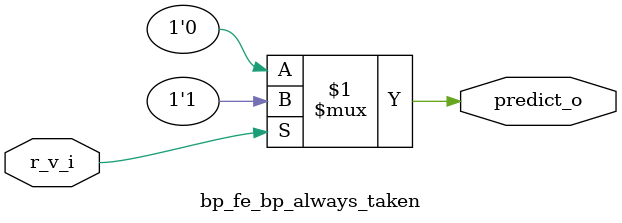
<source format=sv>
/*
 *  bp_fe_bp_always_taken.v
 *
 *  Copyright (C) 2020  Andreas Kuster
 *
 *  This program is free software: you can redistribute it and/or modify
 *  it under the terms of the GNU General Public License as published by
 *  the Free Software Foundation, either version 3 of the License, or
 *  (at your option) any later version.
 *
 *  This program is distributed in the hope that it will be useful,
 *  but WITHOUT ANY WARRANTY; without even the implied warranty of
 *  MERCHANTABILITY or FITNESS FOR A PARTICULAR PURPOSE.  See the
 *  GNU General Public License for more details.
 *
 *  You should have received a copy of the GNU General Public License
 *  along with this program.  If not, see <http://www.gnu.org/licenses/>.
 *
*/
module bp_fe_bp_always_taken
  ( input  r_v_i
  , output predict_o
  );

  // always predict 'taken'
  assign predict_o = r_v_i ? 1'b1 : 1'b0;

endmodule

</source>
